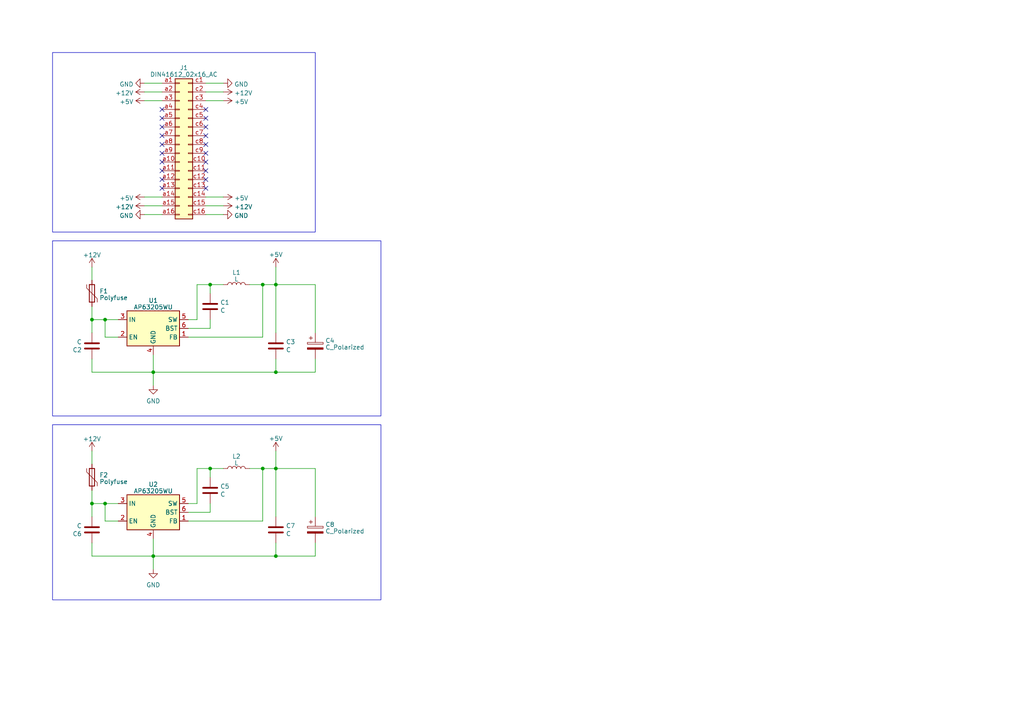
<source format=kicad_sch>
(kicad_sch (version 20230121) (generator eeschema)

  (uuid 7962ba30-43c2-4258-b748-5633317d666e)

  (paper "A4")

  (lib_symbols
    (symbol "Connector:DIN41612_02x16_AC" (pin_names (offset 1.016) hide) (in_bom yes) (on_board yes)
      (property "Reference" "J" (at 1.27 20.32 0)
        (effects (font (size 1.27 1.27)))
      )
      (property "Value" "DIN41612_02x16_AC" (at 1.27 -22.86 0)
        (effects (font (size 1.27 1.27)))
      )
      (property "Footprint" "" (at 0 0 0)
        (effects (font (size 1.27 1.27)) hide)
      )
      (property "Datasheet" "~" (at 0 0 0)
        (effects (font (size 1.27 1.27)) hide)
      )
      (property "ki_keywords" "connector" (at 0 0 0)
        (effects (font (size 1.27 1.27)) hide)
      )
      (property "ki_description" "DIN41612 connector, double row (AC), 02x16, script generated (kicad-library-utils/schlib/autogen/connector/)" (at 0 0 0)
        (effects (font (size 1.27 1.27)) hide)
      )
      (property "ki_fp_filters" "DIN41612*2x*" (at 0 0 0)
        (effects (font (size 1.27 1.27)) hide)
      )
      (symbol "DIN41612_02x16_AC_1_1"
        (rectangle (start -1.27 -20.193) (end 0 -20.447)
          (stroke (width 0.1524) (type default))
          (fill (type none))
        )
        (rectangle (start -1.27 -17.653) (end 0 -17.907)
          (stroke (width 0.1524) (type default))
          (fill (type none))
        )
        (rectangle (start -1.27 -15.113) (end 0 -15.367)
          (stroke (width 0.1524) (type default))
          (fill (type none))
        )
        (rectangle (start -1.27 -12.573) (end 0 -12.827)
          (stroke (width 0.1524) (type default))
          (fill (type none))
        )
        (rectangle (start -1.27 -10.033) (end 0 -10.287)
          (stroke (width 0.1524) (type default))
          (fill (type none))
        )
        (rectangle (start -1.27 -7.493) (end 0 -7.747)
          (stroke (width 0.1524) (type default))
          (fill (type none))
        )
        (rectangle (start -1.27 -4.953) (end 0 -5.207)
          (stroke (width 0.1524) (type default))
          (fill (type none))
        )
        (rectangle (start -1.27 -2.413) (end 0 -2.667)
          (stroke (width 0.1524) (type default))
          (fill (type none))
        )
        (rectangle (start -1.27 0.127) (end 0 -0.127)
          (stroke (width 0.1524) (type default))
          (fill (type none))
        )
        (rectangle (start -1.27 2.667) (end 0 2.413)
          (stroke (width 0.1524) (type default))
          (fill (type none))
        )
        (rectangle (start -1.27 5.207) (end 0 4.953)
          (stroke (width 0.1524) (type default))
          (fill (type none))
        )
        (rectangle (start -1.27 7.747) (end 0 7.493)
          (stroke (width 0.1524) (type default))
          (fill (type none))
        )
        (rectangle (start -1.27 10.287) (end 0 10.033)
          (stroke (width 0.1524) (type default))
          (fill (type none))
        )
        (rectangle (start -1.27 12.827) (end 0 12.573)
          (stroke (width 0.1524) (type default))
          (fill (type none))
        )
        (rectangle (start -1.27 15.367) (end 0 15.113)
          (stroke (width 0.1524) (type default))
          (fill (type none))
        )
        (rectangle (start -1.27 17.907) (end 0 17.653)
          (stroke (width 0.1524) (type default))
          (fill (type none))
        )
        (rectangle (start -1.27 19.05) (end 3.81 -21.59)
          (stroke (width 0.254) (type default))
          (fill (type background))
        )
        (rectangle (start 3.81 -20.193) (end 2.54 -20.447)
          (stroke (width 0.1524) (type default))
          (fill (type none))
        )
        (rectangle (start 3.81 -17.653) (end 2.54 -17.907)
          (stroke (width 0.1524) (type default))
          (fill (type none))
        )
        (rectangle (start 3.81 -15.113) (end 2.54 -15.367)
          (stroke (width 0.1524) (type default))
          (fill (type none))
        )
        (rectangle (start 3.81 -12.573) (end 2.54 -12.827)
          (stroke (width 0.1524) (type default))
          (fill (type none))
        )
        (rectangle (start 3.81 -10.033) (end 2.54 -10.287)
          (stroke (width 0.1524) (type default))
          (fill (type none))
        )
        (rectangle (start 3.81 -7.493) (end 2.54 -7.747)
          (stroke (width 0.1524) (type default))
          (fill (type none))
        )
        (rectangle (start 3.81 -4.953) (end 2.54 -5.207)
          (stroke (width 0.1524) (type default))
          (fill (type none))
        )
        (rectangle (start 3.81 -2.413) (end 2.54 -2.667)
          (stroke (width 0.1524) (type default))
          (fill (type none))
        )
        (rectangle (start 3.81 0.127) (end 2.54 -0.127)
          (stroke (width 0.1524) (type default))
          (fill (type none))
        )
        (rectangle (start 3.81 2.667) (end 2.54 2.413)
          (stroke (width 0.1524) (type default))
          (fill (type none))
        )
        (rectangle (start 3.81 5.207) (end 2.54 4.953)
          (stroke (width 0.1524) (type default))
          (fill (type none))
        )
        (rectangle (start 3.81 7.747) (end 2.54 7.493)
          (stroke (width 0.1524) (type default))
          (fill (type none))
        )
        (rectangle (start 3.81 10.287) (end 2.54 10.033)
          (stroke (width 0.1524) (type default))
          (fill (type none))
        )
        (rectangle (start 3.81 12.827) (end 2.54 12.573)
          (stroke (width 0.1524) (type default))
          (fill (type none))
        )
        (rectangle (start 3.81 15.367) (end 2.54 15.113)
          (stroke (width 0.1524) (type default))
          (fill (type none))
        )
        (rectangle (start 3.81 17.907) (end 2.54 17.653)
          (stroke (width 0.1524) (type default))
          (fill (type none))
        )
        (pin passive line (at -5.08 17.78 0) (length 3.81)
          (name "Pin_a1" (effects (font (size 1.27 1.27))))
          (number "a1" (effects (font (size 1.27 1.27))))
        )
        (pin passive line (at -5.08 -5.08 0) (length 3.81)
          (name "Pin_a10" (effects (font (size 1.27 1.27))))
          (number "a10" (effects (font (size 1.27 1.27))))
        )
        (pin passive line (at -5.08 -7.62 0) (length 3.81)
          (name "Pin_a11" (effects (font (size 1.27 1.27))))
          (number "a11" (effects (font (size 1.27 1.27))))
        )
        (pin passive line (at -5.08 -10.16 0) (length 3.81)
          (name "Pin_a12" (effects (font (size 1.27 1.27))))
          (number "a12" (effects (font (size 1.27 1.27))))
        )
        (pin passive line (at -5.08 -12.7 0) (length 3.81)
          (name "Pin_a13" (effects (font (size 1.27 1.27))))
          (number "a13" (effects (font (size 1.27 1.27))))
        )
        (pin passive line (at -5.08 -15.24 0) (length 3.81)
          (name "Pin_a14" (effects (font (size 1.27 1.27))))
          (number "a14" (effects (font (size 1.27 1.27))))
        )
        (pin passive line (at -5.08 -17.78 0) (length 3.81)
          (name "Pin_a15" (effects (font (size 1.27 1.27))))
          (number "a15" (effects (font (size 1.27 1.27))))
        )
        (pin passive line (at -5.08 -20.32 0) (length 3.81)
          (name "Pin_a16" (effects (font (size 1.27 1.27))))
          (number "a16" (effects (font (size 1.27 1.27))))
        )
        (pin passive line (at -5.08 15.24 0) (length 3.81)
          (name "Pin_a2" (effects (font (size 1.27 1.27))))
          (number "a2" (effects (font (size 1.27 1.27))))
        )
        (pin passive line (at -5.08 12.7 0) (length 3.81)
          (name "Pin_a3" (effects (font (size 1.27 1.27))))
          (number "a3" (effects (font (size 1.27 1.27))))
        )
        (pin passive line (at -5.08 10.16 0) (length 3.81)
          (name "Pin_a4" (effects (font (size 1.27 1.27))))
          (number "a4" (effects (font (size 1.27 1.27))))
        )
        (pin passive line (at -5.08 7.62 0) (length 3.81)
          (name "Pin_a5" (effects (font (size 1.27 1.27))))
          (number "a5" (effects (font (size 1.27 1.27))))
        )
        (pin passive line (at -5.08 5.08 0) (length 3.81)
          (name "Pin_a6" (effects (font (size 1.27 1.27))))
          (number "a6" (effects (font (size 1.27 1.27))))
        )
        (pin passive line (at -5.08 2.54 0) (length 3.81)
          (name "Pin_a7" (effects (font (size 1.27 1.27))))
          (number "a7" (effects (font (size 1.27 1.27))))
        )
        (pin passive line (at -5.08 0 0) (length 3.81)
          (name "Pin_a8" (effects (font (size 1.27 1.27))))
          (number "a8" (effects (font (size 1.27 1.27))))
        )
        (pin passive line (at -5.08 -2.54 0) (length 3.81)
          (name "Pin_a9" (effects (font (size 1.27 1.27))))
          (number "a9" (effects (font (size 1.27 1.27))))
        )
        (pin passive line (at 7.62 17.78 180) (length 3.81)
          (name "Pin_c1" (effects (font (size 1.27 1.27))))
          (number "c1" (effects (font (size 1.27 1.27))))
        )
        (pin passive line (at 7.62 -5.08 180) (length 3.81)
          (name "Pin_c10" (effects (font (size 1.27 1.27))))
          (number "c10" (effects (font (size 1.27 1.27))))
        )
        (pin passive line (at 7.62 -7.62 180) (length 3.81)
          (name "Pin_c11" (effects (font (size 1.27 1.27))))
          (number "c11" (effects (font (size 1.27 1.27))))
        )
        (pin passive line (at 7.62 -10.16 180) (length 3.81)
          (name "Pin_c12" (effects (font (size 1.27 1.27))))
          (number "c12" (effects (font (size 1.27 1.27))))
        )
        (pin passive line (at 7.62 -12.7 180) (length 3.81)
          (name "Pin_c13" (effects (font (size 1.27 1.27))))
          (number "c13" (effects (font (size 1.27 1.27))))
        )
        (pin passive line (at 7.62 -15.24 180) (length 3.81)
          (name "Pin_c14" (effects (font (size 1.27 1.27))))
          (number "c14" (effects (font (size 1.27 1.27))))
        )
        (pin passive line (at 7.62 -17.78 180) (length 3.81)
          (name "Pin_c15" (effects (font (size 1.27 1.27))))
          (number "c15" (effects (font (size 1.27 1.27))))
        )
        (pin passive line (at 7.62 -20.32 180) (length 3.81)
          (name "Pin_c16" (effects (font (size 1.27 1.27))))
          (number "c16" (effects (font (size 1.27 1.27))))
        )
        (pin passive line (at 7.62 15.24 180) (length 3.81)
          (name "Pin_c2" (effects (font (size 1.27 1.27))))
          (number "c2" (effects (font (size 1.27 1.27))))
        )
        (pin passive line (at 7.62 12.7 180) (length 3.81)
          (name "Pin_c3" (effects (font (size 1.27 1.27))))
          (number "c3" (effects (font (size 1.27 1.27))))
        )
        (pin passive line (at 7.62 10.16 180) (length 3.81)
          (name "Pin_c4" (effects (font (size 1.27 1.27))))
          (number "c4" (effects (font (size 1.27 1.27))))
        )
        (pin passive line (at 7.62 7.62 180) (length 3.81)
          (name "Pin_c5" (effects (font (size 1.27 1.27))))
          (number "c5" (effects (font (size 1.27 1.27))))
        )
        (pin passive line (at 7.62 5.08 180) (length 3.81)
          (name "Pin_c6" (effects (font (size 1.27 1.27))))
          (number "c6" (effects (font (size 1.27 1.27))))
        )
        (pin passive line (at 7.62 2.54 180) (length 3.81)
          (name "Pin_c7" (effects (font (size 1.27 1.27))))
          (number "c7" (effects (font (size 1.27 1.27))))
        )
        (pin passive line (at 7.62 0 180) (length 3.81)
          (name "Pin_c8" (effects (font (size 1.27 1.27))))
          (number "c8" (effects (font (size 1.27 1.27))))
        )
        (pin passive line (at 7.62 -2.54 180) (length 3.81)
          (name "Pin_c9" (effects (font (size 1.27 1.27))))
          (number "c9" (effects (font (size 1.27 1.27))))
        )
      )
    )
    (symbol "Device:C" (pin_numbers hide) (pin_names (offset 0.254)) (in_bom yes) (on_board yes)
      (property "Reference" "C" (at 0.635 2.54 0)
        (effects (font (size 1.27 1.27)) (justify left))
      )
      (property "Value" "C" (at 0.635 -2.54 0)
        (effects (font (size 1.27 1.27)) (justify left))
      )
      (property "Footprint" "" (at 0.9652 -3.81 0)
        (effects (font (size 1.27 1.27)) hide)
      )
      (property "Datasheet" "~" (at 0 0 0)
        (effects (font (size 1.27 1.27)) hide)
      )
      (property "ki_keywords" "cap capacitor" (at 0 0 0)
        (effects (font (size 1.27 1.27)) hide)
      )
      (property "ki_description" "Unpolarized capacitor" (at 0 0 0)
        (effects (font (size 1.27 1.27)) hide)
      )
      (property "ki_fp_filters" "C_*" (at 0 0 0)
        (effects (font (size 1.27 1.27)) hide)
      )
      (symbol "C_0_1"
        (polyline
          (pts
            (xy -2.032 -0.762)
            (xy 2.032 -0.762)
          )
          (stroke (width 0.508) (type default))
          (fill (type none))
        )
        (polyline
          (pts
            (xy -2.032 0.762)
            (xy 2.032 0.762)
          )
          (stroke (width 0.508) (type default))
          (fill (type none))
        )
      )
      (symbol "C_1_1"
        (pin passive line (at 0 3.81 270) (length 2.794)
          (name "~" (effects (font (size 1.27 1.27))))
          (number "1" (effects (font (size 1.27 1.27))))
        )
        (pin passive line (at 0 -3.81 90) (length 2.794)
          (name "~" (effects (font (size 1.27 1.27))))
          (number "2" (effects (font (size 1.27 1.27))))
        )
      )
    )
    (symbol "Device:C_Polarized" (pin_numbers hide) (pin_names (offset 0.254)) (in_bom yes) (on_board yes)
      (property "Reference" "C" (at 0.635 2.54 0)
        (effects (font (size 1.27 1.27)) (justify left))
      )
      (property "Value" "C_Polarized" (at 0.635 -2.54 0)
        (effects (font (size 1.27 1.27)) (justify left))
      )
      (property "Footprint" "" (at 0.9652 -3.81 0)
        (effects (font (size 1.27 1.27)) hide)
      )
      (property "Datasheet" "~" (at 0 0 0)
        (effects (font (size 1.27 1.27)) hide)
      )
      (property "ki_keywords" "cap capacitor" (at 0 0 0)
        (effects (font (size 1.27 1.27)) hide)
      )
      (property "ki_description" "Polarized capacitor" (at 0 0 0)
        (effects (font (size 1.27 1.27)) hide)
      )
      (property "ki_fp_filters" "CP_*" (at 0 0 0)
        (effects (font (size 1.27 1.27)) hide)
      )
      (symbol "C_Polarized_0_1"
        (rectangle (start -2.286 0.508) (end 2.286 1.016)
          (stroke (width 0) (type default))
          (fill (type none))
        )
        (polyline
          (pts
            (xy -1.778 2.286)
            (xy -0.762 2.286)
          )
          (stroke (width 0) (type default))
          (fill (type none))
        )
        (polyline
          (pts
            (xy -1.27 2.794)
            (xy -1.27 1.778)
          )
          (stroke (width 0) (type default))
          (fill (type none))
        )
        (rectangle (start 2.286 -0.508) (end -2.286 -1.016)
          (stroke (width 0) (type default))
          (fill (type outline))
        )
      )
      (symbol "C_Polarized_1_1"
        (pin passive line (at 0 3.81 270) (length 2.794)
          (name "~" (effects (font (size 1.27 1.27))))
          (number "1" (effects (font (size 1.27 1.27))))
        )
        (pin passive line (at 0 -3.81 90) (length 2.794)
          (name "~" (effects (font (size 1.27 1.27))))
          (number "2" (effects (font (size 1.27 1.27))))
        )
      )
    )
    (symbol "Device:L" (pin_numbers hide) (pin_names (offset 1.016) hide) (in_bom yes) (on_board yes)
      (property "Reference" "L" (at -1.27 0 90)
        (effects (font (size 1.27 1.27)))
      )
      (property "Value" "L" (at 1.905 0 90)
        (effects (font (size 1.27 1.27)))
      )
      (property "Footprint" "" (at 0 0 0)
        (effects (font (size 1.27 1.27)) hide)
      )
      (property "Datasheet" "~" (at 0 0 0)
        (effects (font (size 1.27 1.27)) hide)
      )
      (property "ki_keywords" "inductor choke coil reactor magnetic" (at 0 0 0)
        (effects (font (size 1.27 1.27)) hide)
      )
      (property "ki_description" "Inductor" (at 0 0 0)
        (effects (font (size 1.27 1.27)) hide)
      )
      (property "ki_fp_filters" "Choke_* *Coil* Inductor_* L_*" (at 0 0 0)
        (effects (font (size 1.27 1.27)) hide)
      )
      (symbol "L_0_1"
        (arc (start 0 -2.54) (mid 0.6323 -1.905) (end 0 -1.27)
          (stroke (width 0) (type default))
          (fill (type none))
        )
        (arc (start 0 -1.27) (mid 0.6323 -0.635) (end 0 0)
          (stroke (width 0) (type default))
          (fill (type none))
        )
        (arc (start 0 0) (mid 0.6323 0.635) (end 0 1.27)
          (stroke (width 0) (type default))
          (fill (type none))
        )
        (arc (start 0 1.27) (mid 0.6323 1.905) (end 0 2.54)
          (stroke (width 0) (type default))
          (fill (type none))
        )
      )
      (symbol "L_1_1"
        (pin passive line (at 0 3.81 270) (length 1.27)
          (name "1" (effects (font (size 1.27 1.27))))
          (number "1" (effects (font (size 1.27 1.27))))
        )
        (pin passive line (at 0 -3.81 90) (length 1.27)
          (name "2" (effects (font (size 1.27 1.27))))
          (number "2" (effects (font (size 1.27 1.27))))
        )
      )
    )
    (symbol "Device:Polyfuse" (pin_numbers hide) (pin_names (offset 0)) (in_bom yes) (on_board yes)
      (property "Reference" "F" (at -2.54 0 90)
        (effects (font (size 1.27 1.27)))
      )
      (property "Value" "Polyfuse" (at 2.54 0 90)
        (effects (font (size 1.27 1.27)))
      )
      (property "Footprint" "" (at 1.27 -5.08 0)
        (effects (font (size 1.27 1.27)) (justify left) hide)
      )
      (property "Datasheet" "~" (at 0 0 0)
        (effects (font (size 1.27 1.27)) hide)
      )
      (property "ki_keywords" "resettable fuse PTC PPTC polyfuse polyswitch" (at 0 0 0)
        (effects (font (size 1.27 1.27)) hide)
      )
      (property "ki_description" "Resettable fuse, polymeric positive temperature coefficient" (at 0 0 0)
        (effects (font (size 1.27 1.27)) hide)
      )
      (property "ki_fp_filters" "*polyfuse* *PTC*" (at 0 0 0)
        (effects (font (size 1.27 1.27)) hide)
      )
      (symbol "Polyfuse_0_1"
        (rectangle (start -0.762 2.54) (end 0.762 -2.54)
          (stroke (width 0.254) (type default))
          (fill (type none))
        )
        (polyline
          (pts
            (xy 0 2.54)
            (xy 0 -2.54)
          )
          (stroke (width 0) (type default))
          (fill (type none))
        )
        (polyline
          (pts
            (xy -1.524 2.54)
            (xy -1.524 1.524)
            (xy 1.524 -1.524)
            (xy 1.524 -2.54)
          )
          (stroke (width 0) (type default))
          (fill (type none))
        )
      )
      (symbol "Polyfuse_1_1"
        (pin passive line (at 0 3.81 270) (length 1.27)
          (name "~" (effects (font (size 1.27 1.27))))
          (number "1" (effects (font (size 1.27 1.27))))
        )
        (pin passive line (at 0 -3.81 90) (length 1.27)
          (name "~" (effects (font (size 1.27 1.27))))
          (number "2" (effects (font (size 1.27 1.27))))
        )
      )
    )
    (symbol "Regulator_Switching:AP63205WU" (in_bom yes) (on_board yes)
      (property "Reference" "U" (at -7.62 6.35 0)
        (effects (font (size 1.27 1.27)))
      )
      (property "Value" "AP63205WU" (at 2.54 6.35 0)
        (effects (font (size 1.27 1.27)))
      )
      (property "Footprint" "Package_TO_SOT_SMD:TSOT-23-6" (at 0 -22.86 0)
        (effects (font (size 1.27 1.27)) hide)
      )
      (property "Datasheet" "https://www.diodes.com/assets/Datasheets/AP63200-AP63201-AP63203-AP63205.pdf" (at 0 0 0)
        (effects (font (size 1.27 1.27)) hide)
      )
      (property "ki_keywords" "2A Buck DC/DC" (at 0 0 0)
        (effects (font (size 1.27 1.27)) hide)
      )
      (property "ki_description" "2A, 1.1MHz Buck DC/DC Converter, fixed 5.0V output voltage, TSOT-23-6" (at 0 0 0)
        (effects (font (size 1.27 1.27)) hide)
      )
      (property "ki_fp_filters" "TSOT?23*" (at 0 0 0)
        (effects (font (size 1.27 1.27)) hide)
      )
      (symbol "AP63205WU_0_1"
        (rectangle (start -7.62 5.08) (end 7.62 -5.08)
          (stroke (width 0.254) (type default))
          (fill (type background))
        )
      )
      (symbol "AP63205WU_1_1"
        (pin input line (at 10.16 -2.54 180) (length 2.54)
          (name "FB" (effects (font (size 1.27 1.27))))
          (number "1" (effects (font (size 1.27 1.27))))
        )
        (pin input line (at -10.16 -2.54 0) (length 2.54)
          (name "EN" (effects (font (size 1.27 1.27))))
          (number "2" (effects (font (size 1.27 1.27))))
        )
        (pin power_in line (at -10.16 2.54 0) (length 2.54)
          (name "IN" (effects (font (size 1.27 1.27))))
          (number "3" (effects (font (size 1.27 1.27))))
        )
        (pin power_in line (at 0 -7.62 90) (length 2.54)
          (name "GND" (effects (font (size 1.27 1.27))))
          (number "4" (effects (font (size 1.27 1.27))))
        )
        (pin output line (at 10.16 2.54 180) (length 2.54)
          (name "SW" (effects (font (size 1.27 1.27))))
          (number "5" (effects (font (size 1.27 1.27))))
        )
        (pin passive line (at 10.16 0 180) (length 2.54)
          (name "BST" (effects (font (size 1.27 1.27))))
          (number "6" (effects (font (size 1.27 1.27))))
        )
      )
    )
    (symbol "power:+12V" (power) (pin_names (offset 0)) (in_bom yes) (on_board yes)
      (property "Reference" "#PWR" (at 0 -3.81 0)
        (effects (font (size 1.27 1.27)) hide)
      )
      (property "Value" "+12V" (at 0 3.556 0)
        (effects (font (size 1.27 1.27)))
      )
      (property "Footprint" "" (at 0 0 0)
        (effects (font (size 1.27 1.27)) hide)
      )
      (property "Datasheet" "" (at 0 0 0)
        (effects (font (size 1.27 1.27)) hide)
      )
      (property "ki_keywords" "global power" (at 0 0 0)
        (effects (font (size 1.27 1.27)) hide)
      )
      (property "ki_description" "Power symbol creates a global label with name \"+12V\"" (at 0 0 0)
        (effects (font (size 1.27 1.27)) hide)
      )
      (symbol "+12V_0_1"
        (polyline
          (pts
            (xy -0.762 1.27)
            (xy 0 2.54)
          )
          (stroke (width 0) (type default))
          (fill (type none))
        )
        (polyline
          (pts
            (xy 0 0)
            (xy 0 2.54)
          )
          (stroke (width 0) (type default))
          (fill (type none))
        )
        (polyline
          (pts
            (xy 0 2.54)
            (xy 0.762 1.27)
          )
          (stroke (width 0) (type default))
          (fill (type none))
        )
      )
      (symbol "+12V_1_1"
        (pin power_in line (at 0 0 90) (length 0) hide
          (name "+12V" (effects (font (size 1.27 1.27))))
          (number "1" (effects (font (size 1.27 1.27))))
        )
      )
    )
    (symbol "power:+5V" (power) (pin_names (offset 0)) (in_bom yes) (on_board yes)
      (property "Reference" "#PWR" (at 0 -3.81 0)
        (effects (font (size 1.27 1.27)) hide)
      )
      (property "Value" "+5V" (at 0 3.556 0)
        (effects (font (size 1.27 1.27)))
      )
      (property "Footprint" "" (at 0 0 0)
        (effects (font (size 1.27 1.27)) hide)
      )
      (property "Datasheet" "" (at 0 0 0)
        (effects (font (size 1.27 1.27)) hide)
      )
      (property "ki_keywords" "global power" (at 0 0 0)
        (effects (font (size 1.27 1.27)) hide)
      )
      (property "ki_description" "Power symbol creates a global label with name \"+5V\"" (at 0 0 0)
        (effects (font (size 1.27 1.27)) hide)
      )
      (symbol "+5V_0_1"
        (polyline
          (pts
            (xy -0.762 1.27)
            (xy 0 2.54)
          )
          (stroke (width 0) (type default))
          (fill (type none))
        )
        (polyline
          (pts
            (xy 0 0)
            (xy 0 2.54)
          )
          (stroke (width 0) (type default))
          (fill (type none))
        )
        (polyline
          (pts
            (xy 0 2.54)
            (xy 0.762 1.27)
          )
          (stroke (width 0) (type default))
          (fill (type none))
        )
      )
      (symbol "+5V_1_1"
        (pin power_in line (at 0 0 90) (length 0) hide
          (name "+5V" (effects (font (size 1.27 1.27))))
          (number "1" (effects (font (size 1.27 1.27))))
        )
      )
    )
    (symbol "power:GND" (power) (pin_names (offset 0)) (in_bom yes) (on_board yes)
      (property "Reference" "#PWR" (at 0 -6.35 0)
        (effects (font (size 1.27 1.27)) hide)
      )
      (property "Value" "GND" (at 0 -3.81 0)
        (effects (font (size 1.27 1.27)))
      )
      (property "Footprint" "" (at 0 0 0)
        (effects (font (size 1.27 1.27)) hide)
      )
      (property "Datasheet" "" (at 0 0 0)
        (effects (font (size 1.27 1.27)) hide)
      )
      (property "ki_keywords" "global power" (at 0 0 0)
        (effects (font (size 1.27 1.27)) hide)
      )
      (property "ki_description" "Power symbol creates a global label with name \"GND\" , ground" (at 0 0 0)
        (effects (font (size 1.27 1.27)) hide)
      )
      (symbol "GND_0_1"
        (polyline
          (pts
            (xy 0 0)
            (xy 0 -1.27)
            (xy 1.27 -1.27)
            (xy 0 -2.54)
            (xy -1.27 -1.27)
            (xy 0 -1.27)
          )
          (stroke (width 0) (type default))
          (fill (type none))
        )
      )
      (symbol "GND_1_1"
        (pin power_in line (at 0 0 270) (length 0) hide
          (name "GND" (effects (font (size 1.27 1.27))))
          (number "1" (effects (font (size 1.27 1.27))))
        )
      )
    )
  )

  (junction (at 44.45 107.95) (diameter 0) (color 0 0 0 0)
    (uuid 0d4e9a79-91f0-49e9-b0c2-34ab64659e6a)
  )
  (junction (at 26.67 92.71) (diameter 0) (color 0 0 0 0)
    (uuid 1efd1f7c-bd11-45e0-b2ed-4cc7b3d7afc8)
  )
  (junction (at 30.48 92.71) (diameter 0) (color 0 0 0 0)
    (uuid 32296a11-bde0-4e4e-a988-086cabe71edc)
  )
  (junction (at 80.01 82.55) (diameter 0) (color 0 0 0 0)
    (uuid 3936e7fd-931a-4a40-a980-1f387affd737)
  )
  (junction (at 44.45 161.29) (diameter 0) (color 0 0 0 0)
    (uuid 66fcb924-74fb-4092-a4fb-de0d69c37db5)
  )
  (junction (at 30.48 146.05) (diameter 0) (color 0 0 0 0)
    (uuid 78bef47b-f84a-46b1-b444-1222b31e5204)
  )
  (junction (at 76.2 135.89) (diameter 0) (color 0 0 0 0)
    (uuid 8513f284-6868-4f69-b4f9-cac1cb90f92c)
  )
  (junction (at 60.96 135.89) (diameter 0) (color 0 0 0 0)
    (uuid 9938286e-b28e-4862-887f-e78ab5fc036c)
  )
  (junction (at 76.2 82.55) (diameter 0) (color 0 0 0 0)
    (uuid 9f364e9d-1933-43f3-90b0-f99213b111fe)
  )
  (junction (at 80.01 135.89) (diameter 0) (color 0 0 0 0)
    (uuid b6787366-02e7-47a4-9701-a6ccf013647e)
  )
  (junction (at 26.67 146.05) (diameter 0) (color 0 0 0 0)
    (uuid cf6d3de6-8ab2-41e7-8ba2-051f1a8143a7)
  )
  (junction (at 80.01 161.29) (diameter 0) (color 0 0 0 0)
    (uuid d6eeb7b5-d90b-4557-8d09-3838246152f8)
  )
  (junction (at 80.01 107.95) (diameter 0) (color 0 0 0 0)
    (uuid e8ccf51c-14a8-41ab-b645-d82041750853)
  )
  (junction (at 60.96 82.55) (diameter 0) (color 0 0 0 0)
    (uuid f34b2615-7c5f-457c-8593-c9ddbf05123b)
  )

  (no_connect (at 46.99 44.45) (uuid 00920ba7-ec80-4a68-9706-69c60842e93e))
  (no_connect (at 59.69 39.37) (uuid 0a8bd84a-6c5f-4026-8181-4e79905f111f))
  (no_connect (at 59.69 34.29) (uuid 0d472654-e44b-47f3-8e7e-d0dde4f533c8))
  (no_connect (at 59.69 36.83) (uuid 0d600ef2-4068-4bf8-b510-a5b7e3c9789c))
  (no_connect (at 46.99 54.61) (uuid 28fb8310-2fa8-4072-9fed-766ccad19c5e))
  (no_connect (at 59.69 49.53) (uuid 326daaa1-f755-46cd-b344-1ffb421ff1af))
  (no_connect (at 59.69 44.45) (uuid 38802c7e-f060-4edb-81b7-ca7cba8dcfb2))
  (no_connect (at 46.99 52.07) (uuid 4787c524-6f05-483a-9da6-d2768859d013))
  (no_connect (at 59.69 41.91) (uuid 60f8460e-4112-4060-b2d1-b5ac366a92f2))
  (no_connect (at 59.69 46.99) (uuid 670815c2-e9e2-493e-85a1-565e9cd842f7))
  (no_connect (at 59.69 52.07) (uuid 716a46f2-af6b-4cd5-a0e4-e6776eeab283))
  (no_connect (at 46.99 31.75) (uuid 7215ebd4-e07c-4210-93f9-55a8ff22ec48))
  (no_connect (at 46.99 36.83) (uuid 74145c70-88e7-4c6d-9d16-3b73975b671f))
  (no_connect (at 46.99 34.29) (uuid 745136dd-a329-459e-b59c-53aa41850d46))
  (no_connect (at 46.99 41.91) (uuid 7b2d43ed-4612-4a3f-9bce-d0f88687cf11))
  (no_connect (at 46.99 39.37) (uuid 8b5d4c8a-4dc1-4297-aafc-ed789c8a503c))
  (no_connect (at 46.99 46.99) (uuid 912d22b9-91de-467b-83c6-dbc3f89f0941))
  (no_connect (at 46.99 49.53) (uuid aa705ce7-5dbd-4dee-b9fa-8fcf002c9781))
  (no_connect (at 59.69 54.61) (uuid c70faffd-9fa4-4b33-a5d9-d9d8cd7349a9))
  (no_connect (at 59.69 31.75) (uuid eb0a6416-9011-474f-8863-961c900f26bd))

  (wire (pts (xy 72.39 135.89) (xy 76.2 135.89))
    (stroke (width 0) (type default))
    (uuid 007b2a1b-9de8-4e21-91d6-7b460b818d1f)
  )
  (wire (pts (xy 26.67 92.71) (xy 26.67 96.52))
    (stroke (width 0) (type default))
    (uuid 017b51f5-6d1a-4711-b882-c65465b1a447)
  )
  (wire (pts (xy 44.45 107.95) (xy 44.45 111.76))
    (stroke (width 0) (type default))
    (uuid 050f2a3d-ce51-4a48-a2e8-67c091218062)
  )
  (wire (pts (xy 76.2 135.89) (xy 80.01 135.89))
    (stroke (width 0) (type default))
    (uuid 11fee55b-29f5-49df-8094-018b7e000438)
  )
  (wire (pts (xy 26.67 92.71) (xy 30.48 92.71))
    (stroke (width 0) (type default))
    (uuid 1247cc02-68de-4567-a5f5-723e4bf69849)
  )
  (wire (pts (xy 57.15 146.05) (xy 54.61 146.05))
    (stroke (width 0) (type default))
    (uuid 1627a6e5-65ac-4079-8005-705722252b09)
  )
  (wire (pts (xy 54.61 97.79) (xy 76.2 97.79))
    (stroke (width 0) (type default))
    (uuid 1c457b12-d506-4e05-8c00-0c25035b6920)
  )
  (wire (pts (xy 41.91 26.67) (xy 46.99 26.67))
    (stroke (width 0) (type default))
    (uuid 1dfeef10-6426-40dd-8c4e-c96d9c0e76e8)
  )
  (wire (pts (xy 30.48 97.79) (xy 34.29 97.79))
    (stroke (width 0) (type default))
    (uuid 277ccbb6-d051-4f39-b112-dd553e358823)
  )
  (wire (pts (xy 59.69 24.13) (xy 64.77 24.13))
    (stroke (width 0) (type default))
    (uuid 2a94451e-88d2-43be-9b2f-924395ac9746)
  )
  (wire (pts (xy 30.48 97.79) (xy 30.48 92.71))
    (stroke (width 0) (type default))
    (uuid 2ce507f3-e64c-4d5a-8c67-689c9315bd48)
  )
  (wire (pts (xy 80.01 135.89) (xy 80.01 149.86))
    (stroke (width 0) (type default))
    (uuid 2d3d22e3-28eb-49d3-9fa7-2d6eec3cfafa)
  )
  (wire (pts (xy 60.96 135.89) (xy 60.96 138.43))
    (stroke (width 0) (type default))
    (uuid 31590f7c-c2ec-4681-8230-ddb988494a88)
  )
  (wire (pts (xy 91.44 82.55) (xy 80.01 82.55))
    (stroke (width 0) (type default))
    (uuid 3189ae63-c783-4f9f-9a8e-527a97387a8e)
  )
  (wire (pts (xy 91.44 135.89) (xy 91.44 149.86))
    (stroke (width 0) (type default))
    (uuid 3866cf2e-8fc8-4787-b894-0e72c13eacc9)
  )
  (wire (pts (xy 59.69 26.67) (xy 64.77 26.67))
    (stroke (width 0) (type default))
    (uuid 3890b975-6b7b-4e60-93c4-9334705baf43)
  )
  (wire (pts (xy 60.96 82.55) (xy 60.96 85.09))
    (stroke (width 0) (type default))
    (uuid 38ce0e23-7058-4466-adeb-d3351d83783e)
  )
  (wire (pts (xy 41.91 24.13) (xy 46.99 24.13))
    (stroke (width 0) (type default))
    (uuid 395c2774-f1b0-443b-8127-d344255cd4ca)
  )
  (wire (pts (xy 91.44 82.55) (xy 91.44 96.52))
    (stroke (width 0) (type default))
    (uuid 41116b6e-a719-4975-94ad-80f257d33c2d)
  )
  (wire (pts (xy 57.15 135.89) (xy 60.96 135.89))
    (stroke (width 0) (type default))
    (uuid 436e8b99-5f25-4bbc-b754-22ddf366dee3)
  )
  (wire (pts (xy 44.45 161.29) (xy 44.45 165.1))
    (stroke (width 0) (type default))
    (uuid 47af0697-95a5-43f4-b95a-20f7f9e6acfc)
  )
  (wire (pts (xy 26.67 77.47) (xy 26.67 81.28))
    (stroke (width 0) (type default))
    (uuid 4887f62a-4458-4c4f-aa34-879b16af2d8c)
  )
  (wire (pts (xy 57.15 92.71) (xy 54.61 92.71))
    (stroke (width 0) (type default))
    (uuid 598976db-a07d-49e1-b7a8-1526f14f338c)
  )
  (wire (pts (xy 59.69 57.15) (xy 64.77 57.15))
    (stroke (width 0) (type default))
    (uuid 5b98b531-e92e-4a1b-9d0a-6ac7c103440a)
  )
  (wire (pts (xy 57.15 92.71) (xy 57.15 82.55))
    (stroke (width 0) (type default))
    (uuid 641696f4-3948-42e0-92fc-012061e8d947)
  )
  (wire (pts (xy 44.45 156.21) (xy 44.45 161.29))
    (stroke (width 0) (type default))
    (uuid 6ab66a86-210b-4f16-b12d-bd5d36246845)
  )
  (wire (pts (xy 60.96 135.89) (xy 64.77 135.89))
    (stroke (width 0) (type default))
    (uuid 6c985d1c-925d-4b4f-96cb-f10413769664)
  )
  (wire (pts (xy 41.91 62.23) (xy 46.99 62.23))
    (stroke (width 0) (type default))
    (uuid 6ecf0ffd-de13-4bd2-bb68-009bbd6f9a0c)
  )
  (wire (pts (xy 30.48 92.71) (xy 34.29 92.71))
    (stroke (width 0) (type default))
    (uuid 7125615b-85da-4aaf-aebf-6fcd101eda7c)
  )
  (wire (pts (xy 41.91 29.21) (xy 46.99 29.21))
    (stroke (width 0) (type default))
    (uuid 7ade5041-ae17-478b-94f5-f0d80552cf75)
  )
  (wire (pts (xy 72.39 82.55) (xy 76.2 82.55))
    (stroke (width 0) (type default))
    (uuid 7d3ba136-fbfd-4ac1-a3b6-dbb48aaacd3a)
  )
  (wire (pts (xy 26.67 88.9) (xy 26.67 92.71))
    (stroke (width 0) (type default))
    (uuid 7fc85b9a-7ebf-47e4-aa19-cdac6fb42f0f)
  )
  (wire (pts (xy 44.45 161.29) (xy 80.01 161.29))
    (stroke (width 0) (type default))
    (uuid 81d53855-3c53-45a8-9e24-c91dea98636e)
  )
  (wire (pts (xy 57.15 82.55) (xy 60.96 82.55))
    (stroke (width 0) (type default))
    (uuid 8304338d-c2b1-4d96-acdc-a7a1d9368998)
  )
  (wire (pts (xy 54.61 148.59) (xy 60.96 148.59))
    (stroke (width 0) (type default))
    (uuid 83a70a55-ad35-4c43-81c9-f563cdc1bc8d)
  )
  (wire (pts (xy 26.67 142.24) (xy 26.67 146.05))
    (stroke (width 0) (type default))
    (uuid 84339081-43d4-4fe4-ad43-62c6b9e88a41)
  )
  (wire (pts (xy 26.67 146.05) (xy 26.67 149.86))
    (stroke (width 0) (type default))
    (uuid 873f477b-0e70-4a47-b646-f6295b7ff26b)
  )
  (wire (pts (xy 30.48 146.05) (xy 34.29 146.05))
    (stroke (width 0) (type default))
    (uuid 87425320-c752-4eb4-bf1c-1917720bf0c7)
  )
  (wire (pts (xy 44.45 102.87) (xy 44.45 107.95))
    (stroke (width 0) (type default))
    (uuid 878e6c5b-d2ee-4565-a023-ca4f1e859ea0)
  )
  (wire (pts (xy 59.69 62.23) (xy 64.77 62.23))
    (stroke (width 0) (type default))
    (uuid 8ac43b95-ea48-4888-b7d1-7f7af72c1b4b)
  )
  (wire (pts (xy 41.91 57.15) (xy 46.99 57.15))
    (stroke (width 0) (type default))
    (uuid 8c0b880e-ca78-4c24-8379-b32bbc3dc5b1)
  )
  (wire (pts (xy 60.96 95.25) (xy 60.96 92.71))
    (stroke (width 0) (type default))
    (uuid 91827b3f-d318-4d75-893b-021516888b85)
  )
  (wire (pts (xy 57.15 146.05) (xy 57.15 135.89))
    (stroke (width 0) (type default))
    (uuid 9be8969a-1a2a-4c69-9ad9-e2c48d980ea3)
  )
  (wire (pts (xy 41.91 59.69) (xy 46.99 59.69))
    (stroke (width 0) (type default))
    (uuid a1824868-7aa0-4a66-b835-617ba5041370)
  )
  (wire (pts (xy 80.01 82.55) (xy 80.01 96.52))
    (stroke (width 0) (type default))
    (uuid a190dcc2-eeaf-4d7f-b42a-14551f477e9e)
  )
  (wire (pts (xy 54.61 151.13) (xy 76.2 151.13))
    (stroke (width 0) (type default))
    (uuid a93a5908-5836-4eff-a183-32c14ed723cc)
  )
  (wire (pts (xy 30.48 151.13) (xy 30.48 146.05))
    (stroke (width 0) (type default))
    (uuid ab7ad4b6-b6f8-4ed3-9f2a-99e8b80b701a)
  )
  (wire (pts (xy 91.44 157.48) (xy 91.44 161.29))
    (stroke (width 0) (type default))
    (uuid b4d70650-6403-4310-9529-4b559204813c)
  )
  (wire (pts (xy 80.01 157.48) (xy 80.01 161.29))
    (stroke (width 0) (type default))
    (uuid b63134d0-f223-43fc-a345-38272742cf2d)
  )
  (wire (pts (xy 26.67 107.95) (xy 44.45 107.95))
    (stroke (width 0) (type default))
    (uuid b8971fdb-0318-42ab-81c7-41c64b5c09e9)
  )
  (wire (pts (xy 26.67 161.29) (xy 44.45 161.29))
    (stroke (width 0) (type default))
    (uuid ba61292f-924e-4b28-81ab-7c09d4994e2e)
  )
  (wire (pts (xy 59.69 59.69) (xy 64.77 59.69))
    (stroke (width 0) (type default))
    (uuid bdb9ad4d-864a-4ad0-92a0-071cd82663e1)
  )
  (wire (pts (xy 80.01 77.47) (xy 80.01 82.55))
    (stroke (width 0) (type default))
    (uuid bdd38804-9864-4196-aaf0-f362c9e9150b)
  )
  (wire (pts (xy 76.2 151.13) (xy 76.2 135.89))
    (stroke (width 0) (type default))
    (uuid be1f630e-b8c5-4303-8b2d-24f551460f34)
  )
  (wire (pts (xy 91.44 135.89) (xy 80.01 135.89))
    (stroke (width 0) (type default))
    (uuid cccfce80-50d9-4f90-8c0d-024b284cf5ba)
  )
  (wire (pts (xy 80.01 161.29) (xy 91.44 161.29))
    (stroke (width 0) (type default))
    (uuid cfb2bd55-214d-41f8-861f-b52c4353774e)
  )
  (wire (pts (xy 76.2 97.79) (xy 76.2 82.55))
    (stroke (width 0) (type default))
    (uuid d00c40ca-36c9-4756-be65-4c16ffbb4133)
  )
  (wire (pts (xy 54.61 95.25) (xy 60.96 95.25))
    (stroke (width 0) (type default))
    (uuid d5c519ff-24f7-48b6-bf0f-19c7bec71763)
  )
  (wire (pts (xy 80.01 104.14) (xy 80.01 107.95))
    (stroke (width 0) (type default))
    (uuid d81da39d-38fa-4ded-9d3a-09e5f11a9c66)
  )
  (wire (pts (xy 44.45 107.95) (xy 80.01 107.95))
    (stroke (width 0) (type default))
    (uuid d886b68d-fa05-4aa2-bdf0-bcd08c7b0adf)
  )
  (wire (pts (xy 76.2 82.55) (xy 80.01 82.55))
    (stroke (width 0) (type default))
    (uuid d922d4a5-382d-4058-93e1-d0e0fbc67de4)
  )
  (wire (pts (xy 80.01 107.95) (xy 91.44 107.95))
    (stroke (width 0) (type default))
    (uuid d9648be0-1f72-4205-8ea3-177e89a5024a)
  )
  (wire (pts (xy 26.67 104.14) (xy 26.67 107.95))
    (stroke (width 0) (type default))
    (uuid e0b94972-c55a-4497-b79a-f73bb912b74f)
  )
  (wire (pts (xy 26.67 157.48) (xy 26.67 161.29))
    (stroke (width 0) (type default))
    (uuid e6804785-305a-4b97-93f7-072ceddffa72)
  )
  (wire (pts (xy 59.69 29.21) (xy 64.77 29.21))
    (stroke (width 0) (type default))
    (uuid e7fc244e-c43f-441c-abf2-132450a74285)
  )
  (wire (pts (xy 26.67 130.81) (xy 26.67 134.62))
    (stroke (width 0) (type default))
    (uuid ee12618f-3c72-4483-9c2e-c65347279867)
  )
  (wire (pts (xy 60.96 148.59) (xy 60.96 146.05))
    (stroke (width 0) (type default))
    (uuid f056db5d-a6e8-403c-a05c-938d6b39a320)
  )
  (wire (pts (xy 60.96 82.55) (xy 64.77 82.55))
    (stroke (width 0) (type default))
    (uuid f4ee57d5-b812-4f37-a256-e757b9a1b489)
  )
  (wire (pts (xy 30.48 151.13) (xy 34.29 151.13))
    (stroke (width 0) (type default))
    (uuid f9c74611-16df-4c92-8286-7f8aa7484a84)
  )
  (wire (pts (xy 91.44 104.14) (xy 91.44 107.95))
    (stroke (width 0) (type default))
    (uuid fb2b71b9-2161-4cf4-bfad-f5036d9b1051)
  )
  (wire (pts (xy 80.01 130.81) (xy 80.01 135.89))
    (stroke (width 0) (type default))
    (uuid fbb4db50-bf9c-43ff-824b-f4217b27c228)
  )
  (wire (pts (xy 26.67 146.05) (xy 30.48 146.05))
    (stroke (width 0) (type default))
    (uuid fdb03f82-efdb-49a3-a4d1-e8d7569a8193)
  )

  (rectangle (start 15.24 123.19) (end 110.49 173.99)
    (stroke (width 0) (type default))
    (fill (type none))
    (uuid 5c78635a-ed83-477c-bcc9-f486a6324f18)
  )
  (rectangle (start 15.24 69.85) (end 110.49 120.65)
    (stroke (width 0) (type default))
    (fill (type none))
    (uuid 841e46fe-f2d9-4989-9d4c-756b0f5b1de0)
  )
  (rectangle (start 15.24 15.24) (end 91.44 67.31)
    (stroke (width 0) (type default))
    (fill (type none))
    (uuid fbd57046-592e-463c-b6a6-fbae764bebd5)
  )

  (symbol (lib_id "power:GND") (at 41.91 62.23 270) (unit 1)
    (in_bom yes) (on_board yes) (dnp no) (fields_autoplaced)
    (uuid 01853a01-2a7e-4e79-95d4-face5bccd4ab)
    (property "Reference" "#PWR012" (at 35.56 62.23 0)
      (effects (font (size 1.27 1.27)) hide)
    )
    (property "Value" "GND" (at 38.7351 62.5468 90)
      (effects (font (size 1.27 1.27)) (justify right))
    )
    (property "Footprint" "" (at 41.91 62.23 0)
      (effects (font (size 1.27 1.27)) hide)
    )
    (property "Datasheet" "" (at 41.91 62.23 0)
      (effects (font (size 1.27 1.27)) hide)
    )
    (pin "1" (uuid 06eb1823-e90d-4cce-a449-3972ffc28360))
    (instances
      (project "kha-bgt-template"
        (path "/6b3569b3-4a36-4be9-bb07-dd1b51db3191"
          (reference "#PWR012") (unit 1)
        )
      )
      (project "kha-panel-audio"
        (path "/75baa38f-e30a-4f1c-9178-986a17faf6d3"
          (reference "#PWR039") (unit 1)
        )
      )
      (project "kha-bgt-pwr"
        (path "/7962ba30-43c2-4258-b748-5633317d666e"
          (reference "#PWR011") (unit 1)
        )
      )
    )
  )

  (symbol (lib_id "Device:C") (at 60.96 88.9 0) (unit 1)
    (in_bom yes) (on_board yes) (dnp no)
    (uuid 05aab858-e337-459a-9c78-c5403ac73cb1)
    (property "Reference" "C6" (at 63.881 87.7316 0)
      (effects (font (size 1.27 1.27)) (justify left))
    )
    (property "Value" "C" (at 63.881 90.043 0)
      (effects (font (size 1.27 1.27)) (justify left))
    )
    (property "Footprint" "Capacitor_SMD:C_0805_2012Metric" (at 61.9252 92.71 0)
      (effects (font (size 1.27 1.27)) hide)
    )
    (property "Datasheet" "~" (at 60.96 88.9 0)
      (effects (font (size 1.27 1.27)) hide)
    )
    (pin "1" (uuid a0119460-0b16-4f98-9486-64647038a08f))
    (pin "2" (uuid 02b74fe2-32cc-4c4f-9c71-0be9d22ab7bc))
    (instances
      (project "kha-bgt-template"
        (path "/6b3569b3-4a36-4be9-bb07-dd1b51db3191"
          (reference "C6") (unit 1)
        )
      )
      (project "kha-bgt-pwr"
        (path "/7962ba30-43c2-4258-b748-5633317d666e"
          (reference "C1") (unit 1)
        )
      )
      (project "kha-led-ikea-node"
        (path "/e63e39d7-6ac0-4ffd-8aa3-1841a4541b55"
          (reference "C7") (unit 1)
        )
      )
    )
  )

  (symbol (lib_id "power:GND") (at 44.45 165.1 0) (unit 1)
    (in_bom yes) (on_board yes) (dnp no) (fields_autoplaced)
    (uuid 1f20002d-92f0-42a5-b711-6e75fceb9a85)
    (property "Reference" "#PWR028" (at 44.45 171.45 0)
      (effects (font (size 1.27 1.27)) hide)
    )
    (property "Value" "GND" (at 44.45 169.6625 0)
      (effects (font (size 1.27 1.27)))
    )
    (property "Footprint" "" (at 44.45 165.1 0)
      (effects (font (size 1.27 1.27)) hide)
    )
    (property "Datasheet" "" (at 44.45 165.1 0)
      (effects (font (size 1.27 1.27)) hide)
    )
    (pin "1" (uuid 5e4ff775-89ca-4c94-b236-0be314fd35d2))
    (instances
      (project "kha-bgt-template"
        (path "/6b3569b3-4a36-4be9-bb07-dd1b51db3191"
          (reference "#PWR028") (unit 1)
        )
      )
      (project "kha-bgt-pwr"
        (path "/7962ba30-43c2-4258-b748-5633317d666e"
          (reference "#PWR018") (unit 1)
        )
      )
      (project "kha-led-ikea-node"
        (path "/e63e39d7-6ac0-4ffd-8aa3-1841a4541b55"
          (reference "#PWR030") (unit 1)
        )
      )
    )
  )

  (symbol (lib_id "Device:C") (at 80.01 153.67 0) (unit 1)
    (in_bom yes) (on_board yes) (dnp no)
    (uuid 28dded88-4192-4059-81f8-feab4de6fb9b)
    (property "Reference" "C8" (at 82.931 152.5016 0)
      (effects (font (size 1.27 1.27)) (justify left))
    )
    (property "Value" "C" (at 82.931 154.813 0)
      (effects (font (size 1.27 1.27)) (justify left))
    )
    (property "Footprint" "Capacitor_SMD:C_1210_3225Metric" (at 80.9752 157.48 0)
      (effects (font (size 1.27 1.27)) hide)
    )
    (property "Datasheet" "~" (at 80.01 153.67 0)
      (effects (font (size 1.27 1.27)) hide)
    )
    (pin "1" (uuid af109b98-24cc-47d5-bc07-7719fc175bbe))
    (pin "2" (uuid 0b0e2782-ae89-4605-ad9d-9deeb064d3f9))
    (instances
      (project "kha-bgt-template"
        (path "/6b3569b3-4a36-4be9-bb07-dd1b51db3191"
          (reference "C8") (unit 1)
        )
      )
      (project "kha-bgt-pwr"
        (path "/7962ba30-43c2-4258-b748-5633317d666e"
          (reference "C7") (unit 1)
        )
      )
      (project "kha-led-ikea-node"
        (path "/e63e39d7-6ac0-4ffd-8aa3-1841a4541b55"
          (reference "C9") (unit 1)
        )
      )
    )
  )

  (symbol (lib_id "power:+5V") (at 41.91 57.15 90) (unit 1)
    (in_bom yes) (on_board yes) (dnp no) (fields_autoplaced)
    (uuid 2c325826-865c-419b-9858-4b39d0052ffb)
    (property "Reference" "#PWR08" (at 45.72 57.15 0)
      (effects (font (size 1.27 1.27)) hide)
    )
    (property "Value" "+5V" (at 38.7351 57.4668 90)
      (effects (font (size 1.27 1.27)) (justify left))
    )
    (property "Footprint" "" (at 41.91 57.15 0)
      (effects (font (size 1.27 1.27)) hide)
    )
    (property "Datasheet" "" (at 41.91 57.15 0)
      (effects (font (size 1.27 1.27)) hide)
    )
    (pin "1" (uuid 60b97942-c8a4-4fb8-9c3c-2422b08e3232))
    (instances
      (project "kha-bgt-template"
        (path "/6b3569b3-4a36-4be9-bb07-dd1b51db3191"
          (reference "#PWR08") (unit 1)
        )
      )
      (project "kha-panel-audio"
        (path "/75baa38f-e30a-4f1c-9178-986a17faf6d3"
          (reference "#PWR035") (unit 1)
        )
      )
      (project "kha-bgt-pwr"
        (path "/7962ba30-43c2-4258-b748-5633317d666e"
          (reference "#PWR07") (unit 1)
        )
      )
    )
  )

  (symbol (lib_id "Device:L") (at 68.58 82.55 90) (unit 1)
    (in_bom yes) (on_board yes) (dnp no) (fields_autoplaced)
    (uuid 2d9d61c4-dbc9-45f7-bb61-67616eb1dc27)
    (property "Reference" "L1" (at 68.58 79.0347 90)
      (effects (font (size 1.27 1.27)))
    )
    (property "Value" "L" (at 68.58 80.9557 90)
      (effects (font (size 1.27 1.27)))
    )
    (property "Footprint" "Inductor_SMD:L_1210_3225Metric" (at 68.58 82.55 0)
      (effects (font (size 1.27 1.27)) hide)
    )
    (property "Datasheet" "~" (at 68.58 82.55 0)
      (effects (font (size 1.27 1.27)) hide)
    )
    (pin "1" (uuid 9f64a3d6-c2f3-4268-af63-e690eae39261))
    (pin "2" (uuid f325f9f9-4fbe-4c19-9872-ec8abcd2977d))
    (instances
      (project "kha-bgt-template"
        (path "/6b3569b3-4a36-4be9-bb07-dd1b51db3191"
          (reference "L1") (unit 1)
        )
      )
      (project "kha-bgt-pwr"
        (path "/7962ba30-43c2-4258-b748-5633317d666e"
          (reference "L1") (unit 1)
        )
      )
      (project "kha-led-ikea-node"
        (path "/e63e39d7-6ac0-4ffd-8aa3-1841a4541b55"
          (reference "L1") (unit 1)
        )
      )
    )
  )

  (symbol (lib_id "power:+12V") (at 64.77 26.67 270) (mirror x) (unit 1)
    (in_bom yes) (on_board yes) (dnp no) (fields_autoplaced)
    (uuid 302c0b62-cd21-4a1e-b111-228acdccfe47)
    (property "Reference" "#PWR05" (at 60.96 26.67 0)
      (effects (font (size 1.27 1.27)) hide)
    )
    (property "Value" "+12V" (at 67.945 26.9868 90)
      (effects (font (size 1.27 1.27)) (justify left))
    )
    (property "Footprint" "" (at 64.77 26.67 0)
      (effects (font (size 1.27 1.27)) hide)
    )
    (property "Datasheet" "" (at 64.77 26.67 0)
      (effects (font (size 1.27 1.27)) hide)
    )
    (pin "1" (uuid 2138679b-807a-44a4-a602-71a06473b8f0))
    (instances
      (project "kha-bgt-template"
        (path "/6b3569b3-4a36-4be9-bb07-dd1b51db3191"
          (reference "#PWR05") (unit 1)
        )
      )
      (project "kha-panel-audio"
        (path "/75baa38f-e30a-4f1c-9178-986a17faf6d3"
          (reference "#PWR038") (unit 1)
        )
      )
      (project "kha-bgt-pwr"
        (path "/7962ba30-43c2-4258-b748-5633317d666e"
          (reference "#PWR04") (unit 1)
        )
      )
    )
  )

  (symbol (lib_id "Device:C") (at 80.01 100.33 0) (unit 1)
    (in_bom yes) (on_board yes) (dnp no)
    (uuid 33d4ffda-14a9-4f42-b2c2-5b715448c5dd)
    (property "Reference" "C8" (at 82.931 99.1616 0)
      (effects (font (size 1.27 1.27)) (justify left))
    )
    (property "Value" "C" (at 82.931 101.473 0)
      (effects (font (size 1.27 1.27)) (justify left))
    )
    (property "Footprint" "Capacitor_SMD:C_1210_3225Metric" (at 80.9752 104.14 0)
      (effects (font (size 1.27 1.27)) hide)
    )
    (property "Datasheet" "~" (at 80.01 100.33 0)
      (effects (font (size 1.27 1.27)) hide)
    )
    (pin "1" (uuid 96d30cc9-1b6c-470b-9a11-910e1a00c02e))
    (pin "2" (uuid a0b27917-dfd1-43b5-acd0-f7ddeb6c8bc2))
    (instances
      (project "kha-bgt-template"
        (path "/6b3569b3-4a36-4be9-bb07-dd1b51db3191"
          (reference "C8") (unit 1)
        )
      )
      (project "kha-bgt-pwr"
        (path "/7962ba30-43c2-4258-b748-5633317d666e"
          (reference "C3") (unit 1)
        )
      )
      (project "kha-led-ikea-node"
        (path "/e63e39d7-6ac0-4ffd-8aa3-1841a4541b55"
          (reference "C9") (unit 1)
        )
      )
    )
  )

  (symbol (lib_id "Device:C") (at 26.67 100.33 180) (unit 1)
    (in_bom yes) (on_board yes) (dnp no)
    (uuid 3787521d-31d4-4c52-9dd2-957849a87e49)
    (property "Reference" "C7" (at 23.749 101.4984 0)
      (effects (font (size 1.27 1.27)) (justify left))
    )
    (property "Value" "C" (at 23.749 99.187 0)
      (effects (font (size 1.27 1.27)) (justify left))
    )
    (property "Footprint" "Capacitor_SMD:C_0805_2012Metric" (at 25.7048 96.52 0)
      (effects (font (size 1.27 1.27)) hide)
    )
    (property "Datasheet" "~" (at 26.67 100.33 0)
      (effects (font (size 1.27 1.27)) hide)
    )
    (pin "1" (uuid da4820a7-7912-4d46-9690-f13c74fb0e8d))
    (pin "2" (uuid 3d83c9d8-182a-4075-9d11-a5ac96403142))
    (instances
      (project "kha-bgt-template"
        (path "/6b3569b3-4a36-4be9-bb07-dd1b51db3191"
          (reference "C7") (unit 1)
        )
      )
      (project "kha-bgt-pwr"
        (path "/7962ba30-43c2-4258-b748-5633317d666e"
          (reference "C2") (unit 1)
        )
      )
      (project "kha-led-ikea-node"
        (path "/e63e39d7-6ac0-4ffd-8aa3-1841a4541b55"
          (reference "C8") (unit 1)
        )
      )
    )
  )

  (symbol (lib_id "power:+12V") (at 64.77 59.69 270) (mirror x) (unit 1)
    (in_bom yes) (on_board yes) (dnp no) (fields_autoplaced)
    (uuid 383e235b-2300-4e61-b1ba-671cd89845a5)
    (property "Reference" "#PWR011" (at 60.96 59.69 0)
      (effects (font (size 1.27 1.27)) hide)
    )
    (property "Value" "+12V" (at 67.945 60.0068 90)
      (effects (font (size 1.27 1.27)) (justify left))
    )
    (property "Footprint" "" (at 64.77 59.69 0)
      (effects (font (size 1.27 1.27)) hide)
    )
    (property "Datasheet" "" (at 64.77 59.69 0)
      (effects (font (size 1.27 1.27)) hide)
    )
    (pin "1" (uuid c243e42e-6628-4572-a351-e48a0713afe8))
    (instances
      (project "kha-bgt-template"
        (path "/6b3569b3-4a36-4be9-bb07-dd1b51db3191"
          (reference "#PWR011") (unit 1)
        )
      )
      (project "kha-panel-audio"
        (path "/75baa38f-e30a-4f1c-9178-986a17faf6d3"
          (reference "#PWR038") (unit 1)
        )
      )
      (project "kha-bgt-pwr"
        (path "/7962ba30-43c2-4258-b748-5633317d666e"
          (reference "#PWR010") (unit 1)
        )
      )
    )
  )

  (symbol (lib_id "power:+5V") (at 64.77 57.15 270) (unit 1)
    (in_bom yes) (on_board yes) (dnp no) (fields_autoplaced)
    (uuid 3933a844-a96d-4dcd-9652-28a0045f7b82)
    (property "Reference" "#PWR09" (at 60.96 57.15 0)
      (effects (font (size 1.27 1.27)) hide)
    )
    (property "Value" "+5V" (at 67.945 57.4668 90)
      (effects (font (size 1.27 1.27)) (justify left))
    )
    (property "Footprint" "" (at 64.77 57.15 0)
      (effects (font (size 1.27 1.27)) hide)
    )
    (property "Datasheet" "" (at 64.77 57.15 0)
      (effects (font (size 1.27 1.27)) hide)
    )
    (pin "1" (uuid 7be8153d-9fa1-46c7-97f4-67264d6d316b))
    (instances
      (project "kha-bgt-template"
        (path "/6b3569b3-4a36-4be9-bb07-dd1b51db3191"
          (reference "#PWR09") (unit 1)
        )
      )
      (project "kha-panel-audio"
        (path "/75baa38f-e30a-4f1c-9178-986a17faf6d3"
          (reference "#PWR036") (unit 1)
        )
      )
      (project "kha-bgt-pwr"
        (path "/7962ba30-43c2-4258-b748-5633317d666e"
          (reference "#PWR08") (unit 1)
        )
      )
    )
  )

  (symbol (lib_id "Regulator_Switching:AP63205WU") (at 44.45 148.59 0) (unit 1)
    (in_bom yes) (on_board yes) (dnp no) (fields_autoplaced)
    (uuid 44c6a45d-57d3-47e1-9c4c-2733ba455425)
    (property "Reference" "U2" (at 44.45 140.5001 0)
      (effects (font (size 1.27 1.27)))
    )
    (property "Value" "AP63205WU" (at 44.45 142.4211 0)
      (effects (font (size 1.27 1.27)))
    )
    (property "Footprint" "Package_TO_SOT_SMD:TSOT-23-6" (at 44.45 171.45 0)
      (effects (font (size 1.27 1.27)) hide)
    )
    (property "Datasheet" "https://www.diodes.com/assets/Datasheets/AP63200-AP63201-AP63203-AP63205.pdf" (at 44.45 148.59 0)
      (effects (font (size 1.27 1.27)) hide)
    )
    (pin "1" (uuid faed301e-5cf3-468f-895a-69a1ff24fab9))
    (pin "2" (uuid 360dc32e-9283-47c5-a042-b3d55f2b7f81))
    (pin "3" (uuid 6d5f0d70-44d7-4a8b-8c1d-d8db3c00eb56))
    (pin "4" (uuid ab1b5470-b97b-48d2-bef8-eb1dae132099))
    (pin "5" (uuid eab7388c-423d-4e03-9760-0f55967b525c))
    (pin "6" (uuid 562a6bb8-bddd-4475-934d-b357f3120dfd))
    (instances
      (project "kha-bgt-template"
        (path "/6b3569b3-4a36-4be9-bb07-dd1b51db3191"
          (reference "U2") (unit 1)
        )
      )
      (project "kha-bgt-pwr"
        (path "/7962ba30-43c2-4258-b748-5633317d666e"
          (reference "U2") (unit 1)
        )
      )
      (project "kha-led-ikea-node"
        (path "/e63e39d7-6ac0-4ffd-8aa3-1841a4541b55"
          (reference "U4") (unit 1)
        )
      )
    )
  )

  (symbol (lib_id "power:+5V") (at 80.01 130.81 0) (unit 1)
    (in_bom yes) (on_board yes) (dnp no) (fields_autoplaced)
    (uuid 539019f9-9e1d-423a-bf40-14f66136d615)
    (property "Reference" "#PWR027" (at 80.01 134.62 0)
      (effects (font (size 1.27 1.27)) hide)
    )
    (property "Value" "+5V" (at 80.01 127.2055 0)
      (effects (font (size 1.27 1.27)))
    )
    (property "Footprint" "" (at 80.01 130.81 0)
      (effects (font (size 1.27 1.27)) hide)
    )
    (property "Datasheet" "" (at 80.01 130.81 0)
      (effects (font (size 1.27 1.27)) hide)
    )
    (pin "1" (uuid cd3d8f1d-938f-4b19-aa98-ce221c0b7bdf))
    (instances
      (project "kha-bgt-template"
        (path "/6b3569b3-4a36-4be9-bb07-dd1b51db3191"
          (reference "#PWR027") (unit 1)
        )
      )
      (project "kha-bgt-pwr"
        (path "/7962ba30-43c2-4258-b748-5633317d666e"
          (reference "#PWR017") (unit 1)
        )
      )
      (project "kha-led-ikea-node"
        (path "/e63e39d7-6ac0-4ffd-8aa3-1841a4541b55"
          (reference "#PWR029") (unit 1)
        )
      )
    )
  )

  (symbol (lib_id "power:+12V") (at 26.67 77.47 0) (unit 1)
    (in_bom yes) (on_board yes) (dnp no) (fields_autoplaced)
    (uuid 53c7a6e7-ef96-4bf6-b32e-7eab5250e5f7)
    (property "Reference" "#PWR026" (at 26.67 81.28 0)
      (effects (font (size 1.27 1.27)) hide)
    )
    (property "Value" "+12V" (at 26.67 73.9681 0)
      (effects (font (size 1.27 1.27)))
    )
    (property "Footprint" "" (at 26.67 77.47 0)
      (effects (font (size 1.27 1.27)) hide)
    )
    (property "Datasheet" "" (at 26.67 77.47 0)
      (effects (font (size 1.27 1.27)) hide)
    )
    (pin "1" (uuid 87364def-49d4-473f-ae9e-97cc28cd8766))
    (instances
      (project "kha-bgt-template"
        (path "/6b3569b3-4a36-4be9-bb07-dd1b51db3191"
          (reference "#PWR026") (unit 1)
        )
      )
      (project "kha-bgt-pwr"
        (path "/7962ba30-43c2-4258-b748-5633317d666e"
          (reference "#PWR013") (unit 1)
        )
      )
      (project "kha-led-ikea-node"
        (path "/e63e39d7-6ac0-4ffd-8aa3-1841a4541b55"
          (reference "#PWR028") (unit 1)
        )
      )
    )
  )

  (symbol (lib_id "Device:C") (at 26.67 153.67 180) (unit 1)
    (in_bom yes) (on_board yes) (dnp no)
    (uuid 54a9b44f-adb2-4e86-a01b-bbb768005f4e)
    (property "Reference" "C7" (at 23.749 154.8384 0)
      (effects (font (size 1.27 1.27)) (justify left))
    )
    (property "Value" "C" (at 23.749 152.527 0)
      (effects (font (size 1.27 1.27)) (justify left))
    )
    (property "Footprint" "Capacitor_SMD:C_0805_2012Metric" (at 25.7048 149.86 0)
      (effects (font (size 1.27 1.27)) hide)
    )
    (property "Datasheet" "~" (at 26.67 153.67 0)
      (effects (font (size 1.27 1.27)) hide)
    )
    (pin "1" (uuid 4ef6ffd1-4333-4e96-bf51-462f84b175bc))
    (pin "2" (uuid fc338822-aa40-49e8-b691-0fb13be087f2))
    (instances
      (project "kha-bgt-template"
        (path "/6b3569b3-4a36-4be9-bb07-dd1b51db3191"
          (reference "C7") (unit 1)
        )
      )
      (project "kha-bgt-pwr"
        (path "/7962ba30-43c2-4258-b748-5633317d666e"
          (reference "C6") (unit 1)
        )
      )
      (project "kha-led-ikea-node"
        (path "/e63e39d7-6ac0-4ffd-8aa3-1841a4541b55"
          (reference "C8") (unit 1)
        )
      )
    )
  )

  (symbol (lib_id "power:GND") (at 64.77 24.13 90) (mirror x) (unit 1)
    (in_bom yes) (on_board yes) (dnp no) (fields_autoplaced)
    (uuid 556db0aa-5e88-4846-b111-3ee892ca0e12)
    (property "Reference" "#PWR02" (at 71.12 24.13 0)
      (effects (font (size 1.27 1.27)) hide)
    )
    (property "Value" "GND" (at 67.9449 24.4468 90)
      (effects (font (size 1.27 1.27)) (justify right))
    )
    (property "Footprint" "" (at 64.77 24.13 0)
      (effects (font (size 1.27 1.27)) hide)
    )
    (property "Datasheet" "" (at 64.77 24.13 0)
      (effects (font (size 1.27 1.27)) hide)
    )
    (pin "1" (uuid 602dae66-8cd9-44c6-9ca8-e0932d0eba18))
    (instances
      (project "kha-bgt-template"
        (path "/6b3569b3-4a36-4be9-bb07-dd1b51db3191"
          (reference "#PWR02") (unit 1)
        )
      )
      (project "kha-panel-audio"
        (path "/75baa38f-e30a-4f1c-9178-986a17faf6d3"
          (reference "#PWR040") (unit 1)
        )
      )
      (project "kha-bgt-pwr"
        (path "/7962ba30-43c2-4258-b748-5633317d666e"
          (reference "#PWR02") (unit 1)
        )
      )
    )
  )

  (symbol (lib_id "power:+12V") (at 41.91 59.69 90) (unit 1)
    (in_bom yes) (on_board yes) (dnp no) (fields_autoplaced)
    (uuid 5658b27e-94f6-4ba0-b7a6-c937ef05fda7)
    (property "Reference" "#PWR010" (at 45.72 59.69 0)
      (effects (font (size 1.27 1.27)) hide)
    )
    (property "Value" "+12V" (at 38.735 60.0068 90)
      (effects (font (size 1.27 1.27)) (justify left))
    )
    (property "Footprint" "" (at 41.91 59.69 0)
      (effects (font (size 1.27 1.27)) hide)
    )
    (property "Datasheet" "" (at 41.91 59.69 0)
      (effects (font (size 1.27 1.27)) hide)
    )
    (pin "1" (uuid 7bc81cc7-bb6b-43cc-b716-dc82ea6cfedb))
    (instances
      (project "kha-bgt-template"
        (path "/6b3569b3-4a36-4be9-bb07-dd1b51db3191"
          (reference "#PWR010") (unit 1)
        )
      )
      (project "kha-panel-audio"
        (path "/75baa38f-e30a-4f1c-9178-986a17faf6d3"
          (reference "#PWR037") (unit 1)
        )
      )
      (project "kha-bgt-pwr"
        (path "/7962ba30-43c2-4258-b748-5633317d666e"
          (reference "#PWR09") (unit 1)
        )
      )
    )
  )

  (symbol (lib_id "power:GND") (at 41.91 24.13 270) (unit 1)
    (in_bom yes) (on_board yes) (dnp no) (fields_autoplaced)
    (uuid 692390eb-20dd-4533-96bc-432c5dfaf261)
    (property "Reference" "#PWR01" (at 35.56 24.13 0)
      (effects (font (size 1.27 1.27)) hide)
    )
    (property "Value" "GND" (at 38.7351 24.4468 90)
      (effects (font (size 1.27 1.27)) (justify right))
    )
    (property "Footprint" "" (at 41.91 24.13 0)
      (effects (font (size 1.27 1.27)) hide)
    )
    (property "Datasheet" "" (at 41.91 24.13 0)
      (effects (font (size 1.27 1.27)) hide)
    )
    (pin "1" (uuid fa1ccfe5-fa44-49fe-b640-8638e549ca2b))
    (instances
      (project "kha-bgt-template"
        (path "/6b3569b3-4a36-4be9-bb07-dd1b51db3191"
          (reference "#PWR01") (unit 1)
        )
      )
      (project "kha-panel-audio"
        (path "/75baa38f-e30a-4f1c-9178-986a17faf6d3"
          (reference "#PWR039") (unit 1)
        )
      )
      (project "kha-bgt-pwr"
        (path "/7962ba30-43c2-4258-b748-5633317d666e"
          (reference "#PWR01") (unit 1)
        )
      )
    )
  )

  (symbol (lib_id "Device:C") (at 60.96 142.24 0) (unit 1)
    (in_bom yes) (on_board yes) (dnp no)
    (uuid 6e0d187f-f485-4bd7-83d1-722bd9325f22)
    (property "Reference" "C6" (at 63.881 141.0716 0)
      (effects (font (size 1.27 1.27)) (justify left))
    )
    (property "Value" "C" (at 63.881 143.383 0)
      (effects (font (size 1.27 1.27)) (justify left))
    )
    (property "Footprint" "Capacitor_SMD:C_0805_2012Metric" (at 61.9252 146.05 0)
      (effects (font (size 1.27 1.27)) hide)
    )
    (property "Datasheet" "~" (at 60.96 142.24 0)
      (effects (font (size 1.27 1.27)) hide)
    )
    (pin "1" (uuid 848ecf38-16d1-43be-98e0-145725f30b18))
    (pin "2" (uuid 22c34b72-520a-428f-98ad-ec367662a7d7))
    (instances
      (project "kha-bgt-template"
        (path "/6b3569b3-4a36-4be9-bb07-dd1b51db3191"
          (reference "C6") (unit 1)
        )
      )
      (project "kha-bgt-pwr"
        (path "/7962ba30-43c2-4258-b748-5633317d666e"
          (reference "C5") (unit 1)
        )
      )
      (project "kha-led-ikea-node"
        (path "/e63e39d7-6ac0-4ffd-8aa3-1841a4541b55"
          (reference "C7") (unit 1)
        )
      )
    )
  )

  (symbol (lib_id "Regulator_Switching:AP63205WU") (at 44.45 95.25 0) (unit 1)
    (in_bom yes) (on_board yes) (dnp no) (fields_autoplaced)
    (uuid 7e3d060b-5d4b-42ed-a68e-8c4d92d5f02d)
    (property "Reference" "U2" (at 44.45 87.1601 0)
      (effects (font (size 1.27 1.27)))
    )
    (property "Value" "AP63205WU" (at 44.45 89.0811 0)
      (effects (font (size 1.27 1.27)))
    )
    (property "Footprint" "Package_TO_SOT_SMD:TSOT-23-6" (at 44.45 118.11 0)
      (effects (font (size 1.27 1.27)) hide)
    )
    (property "Datasheet" "https://www.diodes.com/assets/Datasheets/AP63200-AP63201-AP63203-AP63205.pdf" (at 44.45 95.25 0)
      (effects (font (size 1.27 1.27)) hide)
    )
    (pin "1" (uuid db001ef4-693e-4b69-9593-79771514394c))
    (pin "2" (uuid 42a05a73-c85a-4c46-b4df-53f70614337a))
    (pin "3" (uuid a34454e0-0e43-461d-99a0-dcf9c5f41a36))
    (pin "4" (uuid cdb3d656-1a38-42bf-a4a9-243678fda683))
    (pin "5" (uuid 74b3859c-3173-4168-a050-96435b379f80))
    (pin "6" (uuid ade69176-2956-4082-bc7a-fc0da50987a1))
    (instances
      (project "kha-bgt-template"
        (path "/6b3569b3-4a36-4be9-bb07-dd1b51db3191"
          (reference "U2") (unit 1)
        )
      )
      (project "kha-bgt-pwr"
        (path "/7962ba30-43c2-4258-b748-5633317d666e"
          (reference "U1") (unit 1)
        )
      )
      (project "kha-led-ikea-node"
        (path "/e63e39d7-6ac0-4ffd-8aa3-1841a4541b55"
          (reference "U4") (unit 1)
        )
      )
    )
  )

  (symbol (lib_id "power:GND") (at 64.77 62.23 90) (mirror x) (unit 1)
    (in_bom yes) (on_board yes) (dnp no) (fields_autoplaced)
    (uuid 80461d1d-2309-4bcb-bfbc-bad55baecf37)
    (property "Reference" "#PWR013" (at 71.12 62.23 0)
      (effects (font (size 1.27 1.27)) hide)
    )
    (property "Value" "GND" (at 67.9449 62.5468 90)
      (effects (font (size 1.27 1.27)) (justify right))
    )
    (property "Footprint" "" (at 64.77 62.23 0)
      (effects (font (size 1.27 1.27)) hide)
    )
    (property "Datasheet" "" (at 64.77 62.23 0)
      (effects (font (size 1.27 1.27)) hide)
    )
    (pin "1" (uuid 85793f1f-b9b4-4b3d-a315-30a463379746))
    (instances
      (project "kha-bgt-template"
        (path "/6b3569b3-4a36-4be9-bb07-dd1b51db3191"
          (reference "#PWR013") (unit 1)
        )
      )
      (project "kha-panel-audio"
        (path "/75baa38f-e30a-4f1c-9178-986a17faf6d3"
          (reference "#PWR040") (unit 1)
        )
      )
      (project "kha-bgt-pwr"
        (path "/7962ba30-43c2-4258-b748-5633317d666e"
          (reference "#PWR012") (unit 1)
        )
      )
    )
  )

  (symbol (lib_id "power:+12V") (at 26.67 130.81 0) (unit 1)
    (in_bom yes) (on_board yes) (dnp no) (fields_autoplaced)
    (uuid 8ee83bb6-5163-42b4-9b03-8c1b21c585cf)
    (property "Reference" "#PWR026" (at 26.67 134.62 0)
      (effects (font (size 1.27 1.27)) hide)
    )
    (property "Value" "+12V" (at 26.67 127.3081 0)
      (effects (font (size 1.27 1.27)))
    )
    (property "Footprint" "" (at 26.67 130.81 0)
      (effects (font (size 1.27 1.27)) hide)
    )
    (property "Datasheet" "" (at 26.67 130.81 0)
      (effects (font (size 1.27 1.27)) hide)
    )
    (pin "1" (uuid 00786bdc-9259-497d-b6e4-2a5c84a73719))
    (instances
      (project "kha-bgt-template"
        (path "/6b3569b3-4a36-4be9-bb07-dd1b51db3191"
          (reference "#PWR026") (unit 1)
        )
      )
      (project "kha-bgt-pwr"
        (path "/7962ba30-43c2-4258-b748-5633317d666e"
          (reference "#PWR016") (unit 1)
        )
      )
      (project "kha-led-ikea-node"
        (path "/e63e39d7-6ac0-4ffd-8aa3-1841a4541b55"
          (reference "#PWR028") (unit 1)
        )
      )
    )
  )

  (symbol (lib_id "Device:L") (at 68.58 135.89 90) (unit 1)
    (in_bom yes) (on_board yes) (dnp no) (fields_autoplaced)
    (uuid 902b0f9e-0eba-4065-b9ed-adad35e41cdc)
    (property "Reference" "L1" (at 68.58 132.3747 90)
      (effects (font (size 1.27 1.27)))
    )
    (property "Value" "L" (at 68.58 134.2957 90)
      (effects (font (size 1.27 1.27)))
    )
    (property "Footprint" "Inductor_SMD:L_1210_3225Metric" (at 68.58 135.89 0)
      (effects (font (size 1.27 1.27)) hide)
    )
    (property "Datasheet" "~" (at 68.58 135.89 0)
      (effects (font (size 1.27 1.27)) hide)
    )
    (pin "1" (uuid c6b2954b-6cc4-42ce-84e1-472162d63a99))
    (pin "2" (uuid 1b388a46-f661-4a3d-9375-e3e34a5b37d8))
    (instances
      (project "kha-bgt-template"
        (path "/6b3569b3-4a36-4be9-bb07-dd1b51db3191"
          (reference "L1") (unit 1)
        )
      )
      (project "kha-bgt-pwr"
        (path "/7962ba30-43c2-4258-b748-5633317d666e"
          (reference "L2") (unit 1)
        )
      )
      (project "kha-led-ikea-node"
        (path "/e63e39d7-6ac0-4ffd-8aa3-1841a4541b55"
          (reference "L1") (unit 1)
        )
      )
    )
  )

  (symbol (lib_id "power:+5V") (at 80.01 77.47 0) (unit 1)
    (in_bom yes) (on_board yes) (dnp no) (fields_autoplaced)
    (uuid 90ed15f0-ba1e-4efb-a5c4-107ce8698307)
    (property "Reference" "#PWR027" (at 80.01 81.28 0)
      (effects (font (size 1.27 1.27)) hide)
    )
    (property "Value" "+5V" (at 80.01 73.8655 0)
      (effects (font (size 1.27 1.27)))
    )
    (property "Footprint" "" (at 80.01 77.47 0)
      (effects (font (size 1.27 1.27)) hide)
    )
    (property "Datasheet" "" (at 80.01 77.47 0)
      (effects (font (size 1.27 1.27)) hide)
    )
    (pin "1" (uuid 4496c9fe-6045-4535-ab01-f4aac18671da))
    (instances
      (project "kha-bgt-template"
        (path "/6b3569b3-4a36-4be9-bb07-dd1b51db3191"
          (reference "#PWR027") (unit 1)
        )
      )
      (project "kha-bgt-pwr"
        (path "/7962ba30-43c2-4258-b748-5633317d666e"
          (reference "#PWR014") (unit 1)
        )
      )
      (project "kha-led-ikea-node"
        (path "/e63e39d7-6ac0-4ffd-8aa3-1841a4541b55"
          (reference "#PWR029") (unit 1)
        )
      )
    )
  )

  (symbol (lib_id "Device:Polyfuse") (at 26.67 138.43 180) (unit 1)
    (in_bom yes) (on_board yes) (dnp no) (fields_autoplaced)
    (uuid 92b2fff0-7e0e-43ff-9673-93c60f65761f)
    (property "Reference" "F1" (at 28.829 137.7863 0)
      (effects (font (size 1.27 1.27)) (justify right))
    )
    (property "Value" "Polyfuse" (at 28.829 139.7073 0)
      (effects (font (size 1.27 1.27)) (justify right))
    )
    (property "Footprint" "Fuse:Fuse_0805_2012Metric" (at 25.4 133.35 0)
      (effects (font (size 1.27 1.27)) (justify left) hide)
    )
    (property "Datasheet" "~" (at 26.67 138.43 0)
      (effects (font (size 1.27 1.27)) hide)
    )
    (pin "1" (uuid bb164480-75a7-42e4-853d-bb3c67b649a4))
    (pin "2" (uuid ef32fee2-db39-441e-90ea-26e56a2388a5))
    (instances
      (project "kha-bgt-template"
        (path "/6b3569b3-4a36-4be9-bb07-dd1b51db3191"
          (reference "F1") (unit 1)
        )
      )
      (project "kha-bgt-pwr"
        (path "/7962ba30-43c2-4258-b748-5633317d666e"
          (reference "F2") (unit 1)
        )
      )
      (project "kha-led-ikea-node"
        (path "/e63e39d7-6ac0-4ffd-8aa3-1841a4541b55"
          (reference "F1") (unit 1)
        )
      )
    )
  )

  (symbol (lib_id "Device:Polyfuse") (at 26.67 85.09 180) (unit 1)
    (in_bom yes) (on_board yes) (dnp no) (fields_autoplaced)
    (uuid 96cc0e00-157b-457b-ba25-932728868b7a)
    (property "Reference" "F1" (at 28.829 84.4463 0)
      (effects (font (size 1.27 1.27)) (justify right))
    )
    (property "Value" "Polyfuse" (at 28.829 86.3673 0)
      (effects (font (size 1.27 1.27)) (justify right))
    )
    (property "Footprint" "Fuse:Fuse_0805_2012Metric" (at 25.4 80.01 0)
      (effects (font (size 1.27 1.27)) (justify left) hide)
    )
    (property "Datasheet" "~" (at 26.67 85.09 0)
      (effects (font (size 1.27 1.27)) hide)
    )
    (pin "1" (uuid bd472d91-a702-4698-9326-568509c99f0c))
    (pin "2" (uuid ff70b93d-a992-44e9-82c9-591f1794839a))
    (instances
      (project "kha-bgt-template"
        (path "/6b3569b3-4a36-4be9-bb07-dd1b51db3191"
          (reference "F1") (unit 1)
        )
      )
      (project "kha-bgt-pwr"
        (path "/7962ba30-43c2-4258-b748-5633317d666e"
          (reference "F1") (unit 1)
        )
      )
      (project "kha-led-ikea-node"
        (path "/e63e39d7-6ac0-4ffd-8aa3-1841a4541b55"
          (reference "F1") (unit 1)
        )
      )
    )
  )

  (symbol (lib_id "Device:C_Polarized") (at 91.44 100.33 0) (unit 1)
    (in_bom yes) (on_board yes) (dnp no) (fields_autoplaced)
    (uuid 971b393c-6653-4ddb-815a-1d3c970640f8)
    (property "Reference" "C9" (at 94.361 98.7973 0)
      (effects (font (size 1.27 1.27)) (justify left))
    )
    (property "Value" "C_Polarized" (at 94.361 100.7183 0)
      (effects (font (size 1.27 1.27)) (justify left))
    )
    (property "Footprint" "Capacitor_Tantalum_SMD:CP_EIA-6032-28_Kemet-C" (at 92.4052 104.14 0)
      (effects (font (size 1.27 1.27)) hide)
    )
    (property "Datasheet" "~" (at 91.44 100.33 0)
      (effects (font (size 1.27 1.27)) hide)
    )
    (pin "1" (uuid 5c46ab9c-2f75-40b9-aa2b-885b39be3336))
    (pin "2" (uuid 5ffaa16b-bc7a-4199-9c8e-0db8376f0924))
    (instances
      (project "kha-bgt-template"
        (path "/6b3569b3-4a36-4be9-bb07-dd1b51db3191"
          (reference "C9") (unit 1)
        )
      )
      (project "kha-bgt-pwr"
        (path "/7962ba30-43c2-4258-b748-5633317d666e"
          (reference "C4") (unit 1)
        )
      )
      (project "kha-led-ikea-node"
        (path "/e63e39d7-6ac0-4ffd-8aa3-1841a4541b55"
          (reference "C10") (unit 1)
        )
      )
    )
  )

  (symbol (lib_id "Device:C_Polarized") (at 91.44 153.67 0) (unit 1)
    (in_bom yes) (on_board yes) (dnp no) (fields_autoplaced)
    (uuid b87ee1a1-6789-4686-99fb-f7484436025e)
    (property "Reference" "C9" (at 94.361 152.1373 0)
      (effects (font (size 1.27 1.27)) (justify left))
    )
    (property "Value" "C_Polarized" (at 94.361 154.0583 0)
      (effects (font (size 1.27 1.27)) (justify left))
    )
    (property "Footprint" "Capacitor_Tantalum_SMD:CP_EIA-6032-28_Kemet-C" (at 92.4052 157.48 0)
      (effects (font (size 1.27 1.27)) hide)
    )
    (property "Datasheet" "~" (at 91.44 153.67 0)
      (effects (font (size 1.27 1.27)) hide)
    )
    (pin "1" (uuid 414ea986-577c-4dd0-a313-49a97a97c768))
    (pin "2" (uuid 6ce7da56-ff7f-43ad-ade2-9c2d59dac665))
    (instances
      (project "kha-bgt-template"
        (path "/6b3569b3-4a36-4be9-bb07-dd1b51db3191"
          (reference "C9") (unit 1)
        )
      )
      (project "kha-bgt-pwr"
        (path "/7962ba30-43c2-4258-b748-5633317d666e"
          (reference "C8") (unit 1)
        )
      )
      (project "kha-led-ikea-node"
        (path "/e63e39d7-6ac0-4ffd-8aa3-1841a4541b55"
          (reference "C10") (unit 1)
        )
      )
    )
  )

  (symbol (lib_id "power:+12V") (at 41.91 26.67 90) (unit 1)
    (in_bom yes) (on_board yes) (dnp no) (fields_autoplaced)
    (uuid d4959f6a-7e53-4348-83ee-99e7896c8ec1)
    (property "Reference" "#PWR04" (at 45.72 26.67 0)
      (effects (font (size 1.27 1.27)) hide)
    )
    (property "Value" "+12V" (at 38.735 26.9868 90)
      (effects (font (size 1.27 1.27)) (justify left))
    )
    (property "Footprint" "" (at 41.91 26.67 0)
      (effects (font (size 1.27 1.27)) hide)
    )
    (property "Datasheet" "" (at 41.91 26.67 0)
      (effects (font (size 1.27 1.27)) hide)
    )
    (pin "1" (uuid ef9f007c-90a4-48e3-afa9-c6732a2c8331))
    (instances
      (project "kha-bgt-template"
        (path "/6b3569b3-4a36-4be9-bb07-dd1b51db3191"
          (reference "#PWR04") (unit 1)
        )
      )
      (project "kha-panel-audio"
        (path "/75baa38f-e30a-4f1c-9178-986a17faf6d3"
          (reference "#PWR037") (unit 1)
        )
      )
      (project "kha-bgt-pwr"
        (path "/7962ba30-43c2-4258-b748-5633317d666e"
          (reference "#PWR03") (unit 1)
        )
      )
    )
  )

  (symbol (lib_id "power:+5V") (at 64.77 29.21 270) (unit 1)
    (in_bom yes) (on_board yes) (dnp no) (fields_autoplaced)
    (uuid df0e3519-19ee-4141-8d51-a8d86d57c758)
    (property "Reference" "#PWR07" (at 60.96 29.21 0)
      (effects (font (size 1.27 1.27)) hide)
    )
    (property "Value" "+5V" (at 67.945 29.5268 90)
      (effects (font (size 1.27 1.27)) (justify left))
    )
    (property "Footprint" "" (at 64.77 29.21 0)
      (effects (font (size 1.27 1.27)) hide)
    )
    (property "Datasheet" "" (at 64.77 29.21 0)
      (effects (font (size 1.27 1.27)) hide)
    )
    (pin "1" (uuid ebf9083a-ac59-4880-91a5-577d5ca2f45d))
    (instances
      (project "kha-bgt-template"
        (path "/6b3569b3-4a36-4be9-bb07-dd1b51db3191"
          (reference "#PWR07") (unit 1)
        )
      )
      (project "kha-panel-audio"
        (path "/75baa38f-e30a-4f1c-9178-986a17faf6d3"
          (reference "#PWR036") (unit 1)
        )
      )
      (project "kha-bgt-pwr"
        (path "/7962ba30-43c2-4258-b748-5633317d666e"
          (reference "#PWR06") (unit 1)
        )
      )
    )
  )

  (symbol (lib_id "power:+5V") (at 41.91 29.21 90) (unit 1)
    (in_bom yes) (on_board yes) (dnp no) (fields_autoplaced)
    (uuid f39d4861-31e3-4145-b886-9b4dab9f570a)
    (property "Reference" "#PWR06" (at 45.72 29.21 0)
      (effects (font (size 1.27 1.27)) hide)
    )
    (property "Value" "+5V" (at 38.7351 29.5268 90)
      (effects (font (size 1.27 1.27)) (justify left))
    )
    (property "Footprint" "" (at 41.91 29.21 0)
      (effects (font (size 1.27 1.27)) hide)
    )
    (property "Datasheet" "" (at 41.91 29.21 0)
      (effects (font (size 1.27 1.27)) hide)
    )
    (pin "1" (uuid df6f6e39-570b-4f18-b65c-5579487cfd8c))
    (instances
      (project "kha-bgt-template"
        (path "/6b3569b3-4a36-4be9-bb07-dd1b51db3191"
          (reference "#PWR06") (unit 1)
        )
      )
      (project "kha-panel-audio"
        (path "/75baa38f-e30a-4f1c-9178-986a17faf6d3"
          (reference "#PWR035") (unit 1)
        )
      )
      (project "kha-bgt-pwr"
        (path "/7962ba30-43c2-4258-b748-5633317d666e"
          (reference "#PWR05") (unit 1)
        )
      )
    )
  )

  (symbol (lib_id "Connector:DIN41612_02x16_AC") (at 52.07 41.91 0) (unit 1)
    (in_bom yes) (on_board yes) (dnp no)
    (uuid f73fc08b-9304-41b6-b305-d033865023de)
    (property "Reference" "J1" (at 53.34 19.669 0)
      (effects (font (size 1.27 1.27)))
    )
    (property "Value" "DIN41612_02x16_AC" (at 53.34 21.59 0)
      (effects (font (size 1.27 1.27)))
    )
    (property "Footprint" "Connector_DIN:DIN41612_C2_2x16_Male_Horizontal_THT" (at 52.07 41.91 0)
      (effects (font (size 1.27 1.27)) hide)
    )
    (property "Datasheet" "~" (at 52.07 41.91 0)
      (effects (font (size 1.27 1.27)) hide)
    )
    (pin "a1" (uuid ee5f0138-e014-4efb-84ca-9d5ae824c554))
    (pin "a10" (uuid 5b05f2fe-b35c-46f7-a7c4-2afd48f82c9f))
    (pin "a11" (uuid 88a393d0-2c77-4337-8ba8-ee3b59fac4f6))
    (pin "a12" (uuid 6d7ecfac-a549-4b88-ba8f-5cac97d75fb9))
    (pin "a13" (uuid 017c1d6d-02f6-4885-9b5f-2e81730ad51c))
    (pin "a14" (uuid 9baed3e3-439b-4314-8f2b-9a48eb9ae18a))
    (pin "a15" (uuid 9b0f77e6-e876-4fa2-86f8-997bde180863))
    (pin "a16" (uuid 1d17e3f7-14ee-4256-9b1c-108649e2ec22))
    (pin "a2" (uuid c3bdb31d-a779-4abe-85ac-e03638673a0f))
    (pin "a3" (uuid 5f10350d-35a7-4551-84fc-d79de7397520))
    (pin "a4" (uuid 461c7aa7-aefe-41f0-98eb-2af22381fcc7))
    (pin "a5" (uuid e3c8e8ef-e9d7-4efc-b27b-a1656ce902c6))
    (pin "a6" (uuid 80b260c2-a615-4931-b523-c3dad0388312))
    (pin "a7" (uuid 4c6ab808-e78b-48a1-a7b3-3256bc3d1142))
    (pin "a8" (uuid 6110152f-012f-4b22-9c4c-7c5520784bd3))
    (pin "a9" (uuid 687ff632-e9ab-49e3-84ba-0c9b9d5dd6fb))
    (pin "c1" (uuid c0df9dd5-4577-413e-be89-50a8748469fc))
    (pin "c10" (uuid 11da1274-8368-441d-9590-4f1803134757))
    (pin "c11" (uuid 95a8178a-255b-47c0-873b-3d822815bcd5))
    (pin "c12" (uuid 5dff108d-7166-4362-be9e-63e246157bed))
    (pin "c13" (uuid d9d8f793-6156-4ed4-a3ad-83f5dc20e359))
    (pin "c14" (uuid cbc1c40a-772b-459a-80ac-eeac8e3dfbc7))
    (pin "c15" (uuid 02ddaa08-2496-4701-ae06-15918383ac65))
    (pin "c16" (uuid 17a925e1-29ed-49f8-981b-89fce2888dd4))
    (pin "c2" (uuid f54eff1d-5f9f-400a-a160-f7d2eb294fb5))
    (pin "c3" (uuid 12010ca7-5bd5-497c-949e-2b758e11cb8b))
    (pin "c4" (uuid bc290d12-cfb4-4c1a-b450-9857513434ae))
    (pin "c5" (uuid d6917fd3-d873-422b-bad4-7799b6be6758))
    (pin "c6" (uuid b88110e3-eed9-4d85-9c13-ab5a998d734f))
    (pin "c7" (uuid 280f4176-2057-4c43-b929-b198f602887e))
    (pin "c8" (uuid eb2d4290-0ec8-4c4f-b447-21825c2a7f88))
    (pin "c9" (uuid c4e8d0a7-57ec-4d77-b301-b5448629d406))
    (instances
      (project "kha-bgt-template"
        (path "/6b3569b3-4a36-4be9-bb07-dd1b51db3191"
          (reference "J1") (unit 1)
        )
      )
      (project "kha-bgt-pwr"
        (path "/7962ba30-43c2-4258-b748-5633317d666e"
          (reference "J1") (unit 1)
        )
      )
    )
  )

  (symbol (lib_id "power:GND") (at 44.45 111.76 0) (unit 1)
    (in_bom yes) (on_board yes) (dnp no) (fields_autoplaced)
    (uuid fab55701-e463-4414-befc-31f98841827f)
    (property "Reference" "#PWR028" (at 44.45 118.11 0)
      (effects (font (size 1.27 1.27)) hide)
    )
    (property "Value" "GND" (at 44.45 116.3225 0)
      (effects (font (size 1.27 1.27)))
    )
    (property "Footprint" "" (at 44.45 111.76 0)
      (effects (font (size 1.27 1.27)) hide)
    )
    (property "Datasheet" "" (at 44.45 111.76 0)
      (effects (font (size 1.27 1.27)) hide)
    )
    (pin "1" (uuid 55362cb9-6d5f-45be-aa2c-8d607285953d))
    (instances
      (project "kha-bgt-template"
        (path "/6b3569b3-4a36-4be9-bb07-dd1b51db3191"
          (reference "#PWR028") (unit 1)
        )
      )
      (project "kha-bgt-pwr"
        (path "/7962ba30-43c2-4258-b748-5633317d666e"
          (reference "#PWR015") (unit 1)
        )
      )
      (project "kha-led-ikea-node"
        (path "/e63e39d7-6ac0-4ffd-8aa3-1841a4541b55"
          (reference "#PWR030") (unit 1)
        )
      )
    )
  )

  (sheet_instances
    (path "/" (page "1"))
  )
)

</source>
